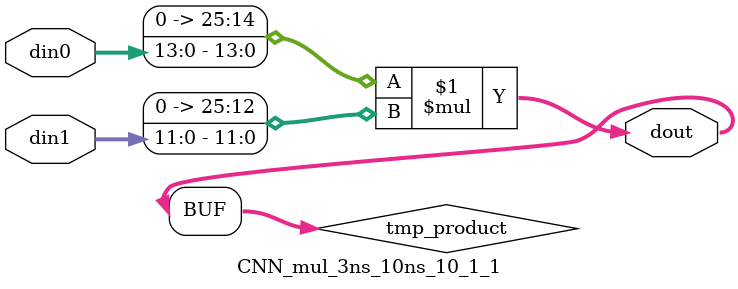
<source format=v>

`timescale 1 ns / 1 ps

  module CNN_mul_3ns_10ns_10_1_1(din0, din1, dout);
parameter ID = 1;
parameter NUM_STAGE = 0;
parameter din0_WIDTH = 14;
parameter din1_WIDTH = 12;
parameter dout_WIDTH = 26;

input [din0_WIDTH - 1 : 0] din0; 
input [din1_WIDTH - 1 : 0] din1; 
output [dout_WIDTH - 1 : 0] dout;

wire signed [dout_WIDTH - 1 : 0] tmp_product;










assign tmp_product = $signed({1'b0, din0}) * $signed({1'b0, din1});











assign dout = tmp_product;







endmodule

</source>
